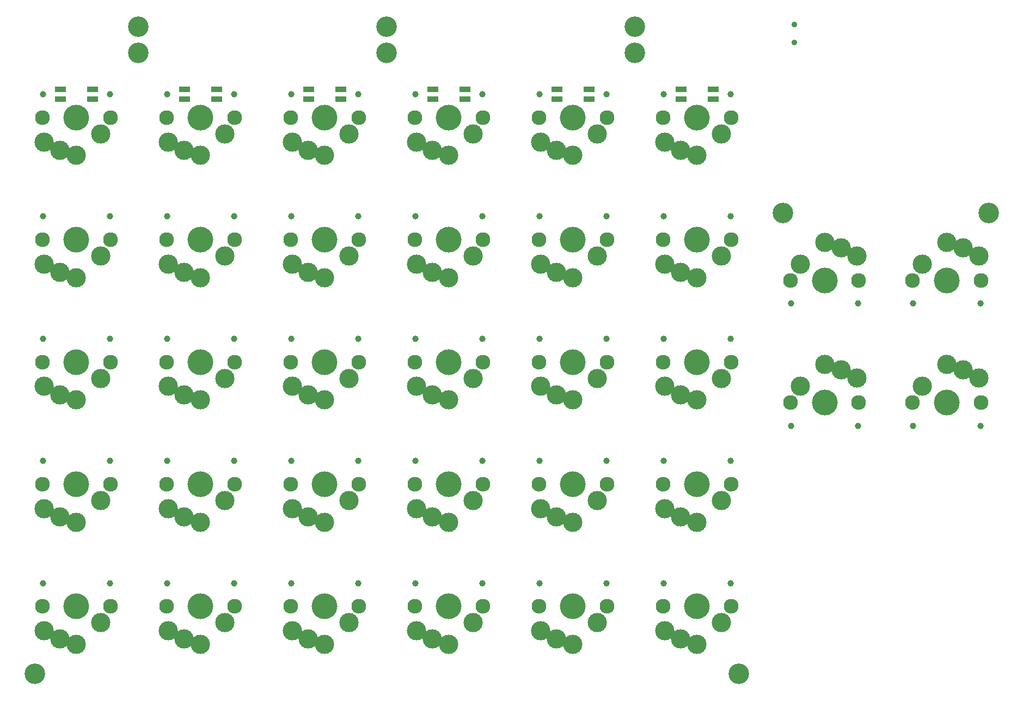
<source format=gts>
G04 #@! TF.GenerationSoftware,KiCad,Pcbnew,7.0.8*
G04 #@! TF.CreationDate,2023-11-08T21:38:18-08:00*
G04 #@! TF.ProjectId,(OLD) Seismos_CoreStencil,284f4c44-2920-4536-9569-736d6f735f43,rev?*
G04 #@! TF.SameCoordinates,Original*
G04 #@! TF.FileFunction,Soldermask,Top*
G04 #@! TF.FilePolarity,Negative*
%FSLAX46Y46*%
G04 Gerber Fmt 4.6, Leading zero omitted, Abs format (unit mm)*
G04 Created by KiCad (PCBNEW 7.0.8) date 2023-11-08 21:38:18*
%MOMM*%
%LPD*%
G01*
G04 APERTURE LIST*
%ADD10C,3.200000*%
%ADD11C,2.300000*%
%ADD12C,1.000000*%
%ADD13C,3.000000*%
%ADD14C,4.000000*%
%ADD15R,1.803400X0.812800*%
%ADD16C,0.900000*%
G04 APERTURE END LIST*
D10*
X142650000Y-122600000D03*
X33150000Y-122600000D03*
X87900000Y-22000000D03*
X87900000Y-26000000D03*
X49300000Y-26000000D03*
X126500000Y-26000000D03*
X49300000Y-22000000D03*
X181500000Y-50900000D03*
X149500000Y-50900000D03*
X126500000Y-22000000D03*
D11*
X44950000Y-36100000D03*
D12*
X44870000Y-32484200D03*
D13*
X43460000Y-38640000D03*
X39650000Y-42000000D03*
D14*
X39650000Y-36100000D03*
D13*
X37110000Y-41180000D03*
X34650000Y-39900000D03*
D12*
X34430000Y-32484200D03*
D11*
X34350000Y-36100000D03*
D15*
X42151900Y-33249300D03*
X42151900Y-31750700D03*
X37148100Y-31750700D03*
X37148100Y-33249300D03*
D11*
X141450000Y-55100000D03*
D12*
X141370000Y-51484200D03*
D13*
X139960000Y-57640000D03*
X136150000Y-61000000D03*
D14*
X136150000Y-55100000D03*
D13*
X133610000Y-60180000D03*
X131150000Y-58900000D03*
D12*
X130930000Y-51484200D03*
D11*
X130850000Y-55100000D03*
D15*
X138651900Y-33249300D03*
X138651900Y-31750700D03*
X133648100Y-31750700D03*
X133648100Y-33249300D03*
D11*
X44950000Y-112100000D03*
D12*
X44870000Y-108484200D03*
D13*
X43460000Y-114640000D03*
X39650000Y-118000000D03*
D14*
X39650000Y-112100000D03*
D13*
X37110000Y-117180000D03*
X34650000Y-115900000D03*
D12*
X34430000Y-108484200D03*
D11*
X34350000Y-112100000D03*
X83550000Y-74100000D03*
D12*
X83470000Y-70484200D03*
D13*
X82060000Y-76640000D03*
X78250000Y-80000000D03*
D14*
X78250000Y-74100000D03*
D13*
X75710000Y-79180000D03*
X73250000Y-77900000D03*
D12*
X73030000Y-70484200D03*
D11*
X72950000Y-74100000D03*
X122150000Y-74100000D03*
D12*
X122070000Y-70484200D03*
D13*
X120660000Y-76640000D03*
X116850000Y-80000000D03*
D14*
X116850000Y-74100000D03*
D13*
X114310000Y-79180000D03*
X111850000Y-77900000D03*
D12*
X111630000Y-70484200D03*
D11*
X111550000Y-74100000D03*
D15*
X100051900Y-33249300D03*
X100051900Y-31750700D03*
X95048100Y-31750700D03*
X95048100Y-33249300D03*
D11*
X64250000Y-55100000D03*
D12*
X64170000Y-51484200D03*
D13*
X62760000Y-57640000D03*
X58950000Y-61000000D03*
D14*
X58950000Y-55100000D03*
D13*
X56410000Y-60180000D03*
X53950000Y-58900000D03*
D12*
X53730000Y-51484200D03*
D11*
X53650000Y-55100000D03*
D15*
X80751900Y-33249300D03*
X80751900Y-31750700D03*
X75748100Y-31750700D03*
X75748100Y-33249300D03*
D11*
X102850000Y-55100000D03*
D12*
X102770000Y-51484200D03*
D13*
X101360000Y-57640000D03*
X97550000Y-61000000D03*
D14*
X97550000Y-55100000D03*
D13*
X95010000Y-60180000D03*
X92550000Y-58900000D03*
D12*
X92330000Y-51484200D03*
D11*
X92250000Y-55100000D03*
X102850000Y-112100000D03*
D12*
X102770000Y-108484200D03*
D13*
X101360000Y-114640000D03*
X97550000Y-118000000D03*
D14*
X97550000Y-112100000D03*
D13*
X95010000Y-117180000D03*
X92550000Y-115900000D03*
D12*
X92330000Y-108484200D03*
D11*
X92250000Y-112100000D03*
X83550000Y-36100000D03*
D12*
X83470000Y-32484200D03*
D13*
X82060000Y-38640000D03*
X78250000Y-42000000D03*
D14*
X78250000Y-36100000D03*
D13*
X75710000Y-41180000D03*
X73250000Y-39900000D03*
D12*
X73030000Y-32484200D03*
D11*
X72950000Y-36100000D03*
X64250000Y-36100000D03*
D12*
X64170000Y-32484200D03*
D13*
X62760000Y-38640000D03*
X58950000Y-42000000D03*
D14*
X58950000Y-36100000D03*
D13*
X56410000Y-41180000D03*
X53950000Y-39900000D03*
D12*
X53730000Y-32484200D03*
D11*
X53650000Y-36100000D03*
X102850000Y-36100000D03*
D12*
X102770000Y-32484200D03*
D13*
X101360000Y-38640000D03*
X97550000Y-42000000D03*
D14*
X97550000Y-36100000D03*
D13*
X95010000Y-41180000D03*
X92550000Y-39900000D03*
D12*
X92330000Y-32484200D03*
D11*
X92250000Y-36100000D03*
X122150000Y-112100000D03*
D12*
X122070000Y-108484200D03*
D13*
X120660000Y-114640000D03*
X116850000Y-118000000D03*
D14*
X116850000Y-112100000D03*
D13*
X114310000Y-117180000D03*
X111850000Y-115900000D03*
D12*
X111630000Y-108484200D03*
D11*
X111550000Y-112100000D03*
X150700000Y-61400000D03*
D12*
X150780000Y-65015800D03*
D13*
X152190000Y-58860000D03*
X156000000Y-55500000D03*
D14*
X156000000Y-61400000D03*
D13*
X158540000Y-56320000D03*
X161000000Y-57600000D03*
D12*
X161220000Y-65015800D03*
D11*
X161300000Y-61400000D03*
X83550000Y-93100000D03*
D12*
X83470000Y-89484200D03*
D13*
X82060000Y-95640000D03*
X78250000Y-99000000D03*
D14*
X78250000Y-93100000D03*
D13*
X75710000Y-98180000D03*
X73250000Y-96900000D03*
D12*
X73030000Y-89484200D03*
D11*
X72950000Y-93100000D03*
X122150000Y-36100000D03*
D12*
X122070000Y-32484200D03*
D13*
X120660000Y-38640000D03*
X116850000Y-42000000D03*
D14*
X116850000Y-36100000D03*
D13*
X114310000Y-41180000D03*
X111850000Y-39900000D03*
D12*
X111630000Y-32484200D03*
D11*
X111550000Y-36100000D03*
X122150000Y-55100000D03*
D12*
X122070000Y-51484200D03*
D13*
X120660000Y-57640000D03*
X116850000Y-61000000D03*
D14*
X116850000Y-55100000D03*
D13*
X114310000Y-60180000D03*
X111850000Y-58900000D03*
D12*
X111630000Y-51484200D03*
D11*
X111550000Y-55100000D03*
X122150000Y-93100000D03*
D12*
X122070000Y-89484200D03*
D13*
X120660000Y-95640000D03*
X116850000Y-99000000D03*
D14*
X116850000Y-93100000D03*
D13*
X114310000Y-98180000D03*
X111850000Y-96900000D03*
D12*
X111630000Y-89484200D03*
D11*
X111550000Y-93100000D03*
X64250000Y-93100000D03*
D12*
X64170000Y-89484200D03*
D13*
X62760000Y-95640000D03*
X58950000Y-99000000D03*
D14*
X58950000Y-93100000D03*
D13*
X56410000Y-98180000D03*
X53950000Y-96900000D03*
D12*
X53730000Y-89484200D03*
D11*
X53650000Y-93100000D03*
D16*
X151287500Y-24449500D03*
X151287500Y-21649500D03*
D11*
X150700000Y-80400000D03*
D12*
X150780000Y-84015800D03*
D13*
X152190000Y-77860000D03*
X156000000Y-74500000D03*
D14*
X156000000Y-80400000D03*
D13*
X158540000Y-75320000D03*
X161000000Y-76600000D03*
D12*
X161220000Y-84015800D03*
D11*
X161300000Y-80400000D03*
X102850000Y-74100000D03*
D12*
X102770000Y-70484200D03*
D13*
X101360000Y-76640000D03*
X97550000Y-80000000D03*
D14*
X97550000Y-74100000D03*
D13*
X95010000Y-79180000D03*
X92550000Y-77900000D03*
D12*
X92330000Y-70484200D03*
D11*
X92250000Y-74100000D03*
X44950000Y-93100000D03*
D12*
X44870000Y-89484200D03*
D13*
X43460000Y-95640000D03*
X39650000Y-99000000D03*
D14*
X39650000Y-93100000D03*
D13*
X37110000Y-98180000D03*
X34650000Y-96900000D03*
D12*
X34430000Y-89484200D03*
D11*
X34350000Y-93100000D03*
D15*
X119351900Y-33249300D03*
X119351900Y-31750700D03*
X114348100Y-31750700D03*
X114348100Y-33249300D03*
D11*
X102850000Y-93100000D03*
D12*
X102770000Y-89484200D03*
D13*
X101360000Y-95640000D03*
X97550000Y-99000000D03*
D14*
X97550000Y-93100000D03*
D13*
X95010000Y-98180000D03*
X92550000Y-96900000D03*
D12*
X92330000Y-89484200D03*
D11*
X92250000Y-93100000D03*
X141450000Y-74100000D03*
D12*
X141370000Y-70484200D03*
D13*
X139960000Y-76640000D03*
X136150000Y-80000000D03*
D14*
X136150000Y-74100000D03*
D13*
X133610000Y-79180000D03*
X131150000Y-77900000D03*
D12*
X130930000Y-70484200D03*
D11*
X130850000Y-74100000D03*
X44950000Y-74100000D03*
D12*
X44870000Y-70484200D03*
D13*
X43460000Y-76640000D03*
X39650000Y-80000000D03*
D14*
X39650000Y-74100000D03*
D13*
X37110000Y-79180000D03*
X34650000Y-77900000D03*
D12*
X34430000Y-70484200D03*
D11*
X34350000Y-74100000D03*
X44950000Y-55100000D03*
D12*
X44870000Y-51484200D03*
D13*
X43460000Y-57640000D03*
X39650000Y-61000000D03*
D14*
X39650000Y-55100000D03*
D13*
X37110000Y-60180000D03*
X34650000Y-58900000D03*
D12*
X34430000Y-51484200D03*
D11*
X34350000Y-55100000D03*
X64250000Y-74100000D03*
D12*
X64170000Y-70484200D03*
D13*
X62760000Y-76640000D03*
X58950000Y-80000000D03*
D14*
X58950000Y-74100000D03*
D13*
X56410000Y-79180000D03*
X53950000Y-77900000D03*
D12*
X53730000Y-70484200D03*
D11*
X53650000Y-74100000D03*
X83550000Y-112100000D03*
D12*
X83470000Y-108484200D03*
D13*
X82060000Y-114640000D03*
X78250000Y-118000000D03*
D14*
X78250000Y-112100000D03*
D13*
X75710000Y-117180000D03*
X73250000Y-115900000D03*
D12*
X73030000Y-108484200D03*
D11*
X72950000Y-112100000D03*
D15*
X61451900Y-33249300D03*
X61451900Y-31750700D03*
X56448100Y-31750700D03*
X56448100Y-33249300D03*
D11*
X141450000Y-36100000D03*
D12*
X141370000Y-32484200D03*
D13*
X139960000Y-38640000D03*
X136150000Y-42000000D03*
D14*
X136150000Y-36100000D03*
D13*
X133610000Y-41180000D03*
X131150000Y-39900000D03*
D12*
X130930000Y-32484200D03*
D11*
X130850000Y-36100000D03*
X83550000Y-55100000D03*
D12*
X83470000Y-51484200D03*
D13*
X82060000Y-57640000D03*
X78250000Y-61000000D03*
D14*
X78250000Y-55100000D03*
D13*
X75710000Y-60180000D03*
X73250000Y-58900000D03*
D12*
X73030000Y-51484200D03*
D11*
X72950000Y-55100000D03*
X64250000Y-112100000D03*
D12*
X64170000Y-108484200D03*
D13*
X62760000Y-114640000D03*
X58950000Y-118000000D03*
D14*
X58950000Y-112100000D03*
D13*
X56410000Y-117180000D03*
X53950000Y-115900000D03*
D12*
X53730000Y-108484200D03*
D11*
X53650000Y-112100000D03*
X141450000Y-93100000D03*
D12*
X141370000Y-89484200D03*
D13*
X139960000Y-95640000D03*
X136150000Y-99000000D03*
D14*
X136150000Y-93100000D03*
D13*
X133610000Y-98180000D03*
X131150000Y-96900000D03*
D12*
X130930000Y-89484200D03*
D11*
X130850000Y-93100000D03*
X141450000Y-112100000D03*
D12*
X141370000Y-108484200D03*
D13*
X139960000Y-114640000D03*
X136150000Y-118000000D03*
D14*
X136150000Y-112100000D03*
D13*
X133610000Y-117180000D03*
X131150000Y-115900000D03*
D12*
X130930000Y-108484200D03*
D11*
X130850000Y-112100000D03*
X169700000Y-61400000D03*
D12*
X169780000Y-65015800D03*
D13*
X171190000Y-58860000D03*
X175000000Y-55500000D03*
D14*
X175000000Y-61400000D03*
D13*
X177540000Y-56320000D03*
X180000000Y-57600000D03*
D12*
X180220000Y-65015800D03*
D11*
X180300000Y-61400000D03*
X169700000Y-80400000D03*
D12*
X169780000Y-84015800D03*
D13*
X171190000Y-77860000D03*
X175000000Y-74500000D03*
D14*
X175000000Y-80400000D03*
D13*
X177540000Y-75320000D03*
X180000000Y-76600000D03*
D12*
X180220000Y-84015800D03*
D11*
X180300000Y-80400000D03*
M02*

</source>
